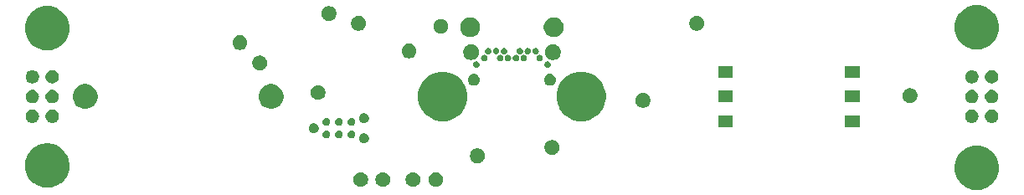
<source format=gbr>
G04 #@! TF.GenerationSoftware,KiCad,Pcbnew,(5.0.2)-1*
G04 #@! TF.CreationDate,2019-02-15T14:25:46-08:00*
G04 #@! TF.ProjectId,nixie_bottom_board,6e697869-655f-4626-9f74-746f6d5f626f,rev?*
G04 #@! TF.SameCoordinates,Original*
G04 #@! TF.FileFunction,Soldermask,Bot*
G04 #@! TF.FilePolarity,Negative*
%FSLAX46Y46*%
G04 Gerber Fmt 4.6, Leading zero omitted, Abs format (unit mm)*
G04 Created by KiCad (PCBNEW (5.0.2)-1) date 2/15/2019 2:25:46 PM*
%MOMM*%
%LPD*%
G01*
G04 APERTURE LIST*
%ADD10C,0.100000*%
G04 APERTURE END LIST*
D10*
G36*
X197366504Y-104978822D02*
X197656303Y-105036466D01*
X198065773Y-105206074D01*
X198190474Y-105289397D01*
X198433622Y-105451863D01*
X198434293Y-105452312D01*
X198747688Y-105765707D01*
X198993926Y-106134227D01*
X199163534Y-106543697D01*
X199187591Y-106664641D01*
X199250000Y-106978394D01*
X199250000Y-107421606D01*
X199232278Y-107510700D01*
X199163534Y-107856303D01*
X198993926Y-108265773D01*
X198854880Y-108473869D01*
X198747689Y-108634292D01*
X198434292Y-108947689D01*
X198365096Y-108993924D01*
X198065773Y-109193926D01*
X197656303Y-109363534D01*
X197366504Y-109421178D01*
X197221606Y-109450000D01*
X196778394Y-109450000D01*
X196633496Y-109421178D01*
X196343697Y-109363534D01*
X195934227Y-109193926D01*
X195634904Y-108993924D01*
X195565708Y-108947689D01*
X195252311Y-108634292D01*
X195145120Y-108473869D01*
X195006074Y-108265773D01*
X194836466Y-107856303D01*
X194767722Y-107510700D01*
X194750000Y-107421606D01*
X194750000Y-106978394D01*
X194812409Y-106664641D01*
X194836466Y-106543697D01*
X195006074Y-106134227D01*
X195252312Y-105765707D01*
X195565707Y-105452312D01*
X195566379Y-105451863D01*
X195809526Y-105289397D01*
X195934227Y-105206074D01*
X196343697Y-105036466D01*
X196633496Y-104978822D01*
X196778394Y-104950000D01*
X197221606Y-104950000D01*
X197366504Y-104978822D01*
X197366504Y-104978822D01*
G37*
G36*
X103366504Y-104778822D02*
X103656303Y-104836466D01*
X104065773Y-105006074D01*
X104147270Y-105060529D01*
X104434292Y-105252311D01*
X104747689Y-105565708D01*
X104793740Y-105634628D01*
X104993926Y-105934227D01*
X105163534Y-106343697D01*
X105190268Y-106478098D01*
X105250000Y-106778394D01*
X105250000Y-107221606D01*
X105232278Y-107310700D01*
X105163534Y-107656303D01*
X104993926Y-108065773D01*
X104872188Y-108247966D01*
X104747689Y-108434292D01*
X104434292Y-108747689D01*
X104322980Y-108822065D01*
X104065773Y-108993926D01*
X103656303Y-109163534D01*
X103366504Y-109221178D01*
X103221606Y-109250000D01*
X102778394Y-109250000D01*
X102633496Y-109221178D01*
X102343697Y-109163534D01*
X101934227Y-108993926D01*
X101677020Y-108822065D01*
X101565708Y-108747689D01*
X101252311Y-108434292D01*
X101127812Y-108247966D01*
X101006074Y-108065773D01*
X100836466Y-107656303D01*
X100767722Y-107310700D01*
X100750000Y-107221606D01*
X100750000Y-106778394D01*
X100809732Y-106478098D01*
X100836466Y-106343697D01*
X101006074Y-105934227D01*
X101206260Y-105634628D01*
X101252311Y-105565708D01*
X101565708Y-105252311D01*
X101852730Y-105060529D01*
X101934227Y-105006074D01*
X102343697Y-104836466D01*
X102633496Y-104778822D01*
X102778394Y-104750000D01*
X103221606Y-104750000D01*
X103366504Y-104778822D01*
X103366504Y-104778822D01*
G37*
G36*
X140218768Y-107678822D02*
X140355256Y-107735357D01*
X140478098Y-107817438D01*
X140582562Y-107921902D01*
X140664643Y-108044744D01*
X140721178Y-108181232D01*
X140750000Y-108326131D01*
X140750000Y-108473869D01*
X140721178Y-108618768D01*
X140664643Y-108755256D01*
X140582562Y-108878098D01*
X140478098Y-108982562D01*
X140355256Y-109064643D01*
X140218768Y-109121178D01*
X140073869Y-109150000D01*
X139926131Y-109150000D01*
X139781232Y-109121178D01*
X139644744Y-109064643D01*
X139521902Y-108982562D01*
X139417438Y-108878098D01*
X139335357Y-108755256D01*
X139278822Y-108618768D01*
X139250000Y-108473869D01*
X139250000Y-108326131D01*
X139278822Y-108181232D01*
X139335357Y-108044744D01*
X139417438Y-107921902D01*
X139521902Y-107817438D01*
X139644744Y-107735357D01*
X139781232Y-107678822D01*
X139926131Y-107650000D01*
X140073869Y-107650000D01*
X140218768Y-107678822D01*
X140218768Y-107678822D01*
G37*
G36*
X137168768Y-107678822D02*
X137305256Y-107735357D01*
X137428098Y-107817438D01*
X137532562Y-107921902D01*
X137614643Y-108044744D01*
X137671178Y-108181232D01*
X137700000Y-108326131D01*
X137700000Y-108473869D01*
X137671178Y-108618768D01*
X137614643Y-108755256D01*
X137532562Y-108878098D01*
X137428098Y-108982562D01*
X137305256Y-109064643D01*
X137168768Y-109121178D01*
X137023869Y-109150000D01*
X136876131Y-109150000D01*
X136731232Y-109121178D01*
X136594744Y-109064643D01*
X136471902Y-108982562D01*
X136367438Y-108878098D01*
X136285357Y-108755256D01*
X136228822Y-108618768D01*
X136200000Y-108473869D01*
X136200000Y-108326131D01*
X136228822Y-108181232D01*
X136285357Y-108044744D01*
X136367438Y-107921902D01*
X136471902Y-107817438D01*
X136594744Y-107735357D01*
X136731232Y-107678822D01*
X136876131Y-107650000D01*
X137023869Y-107650000D01*
X137168768Y-107678822D01*
X137168768Y-107678822D01*
G37*
G36*
X134918768Y-107678822D02*
X135055256Y-107735357D01*
X135178098Y-107817438D01*
X135282562Y-107921902D01*
X135364643Y-108044744D01*
X135421178Y-108181232D01*
X135450000Y-108326131D01*
X135450000Y-108473869D01*
X135421178Y-108618768D01*
X135364643Y-108755256D01*
X135282562Y-108878098D01*
X135178098Y-108982562D01*
X135055256Y-109064643D01*
X134918768Y-109121178D01*
X134773869Y-109150000D01*
X134626131Y-109150000D01*
X134481232Y-109121178D01*
X134344744Y-109064643D01*
X134221902Y-108982562D01*
X134117438Y-108878098D01*
X134035357Y-108755256D01*
X133978822Y-108618768D01*
X133950000Y-108473869D01*
X133950000Y-108326131D01*
X133978822Y-108181232D01*
X134035357Y-108044744D01*
X134117438Y-107921902D01*
X134221902Y-107817438D01*
X134344744Y-107735357D01*
X134481232Y-107678822D01*
X134626131Y-107650000D01*
X134773869Y-107650000D01*
X134918768Y-107678822D01*
X134918768Y-107678822D01*
G37*
G36*
X142518768Y-107678822D02*
X142655256Y-107735357D01*
X142778098Y-107817438D01*
X142882562Y-107921902D01*
X142964643Y-108044744D01*
X143021178Y-108181232D01*
X143050000Y-108326131D01*
X143050000Y-108473869D01*
X143021178Y-108618768D01*
X142964643Y-108755256D01*
X142882562Y-108878098D01*
X142778098Y-108982562D01*
X142655256Y-109064643D01*
X142518768Y-109121178D01*
X142373869Y-109150000D01*
X142226131Y-109150000D01*
X142081232Y-109121178D01*
X141944744Y-109064643D01*
X141821902Y-108982562D01*
X141717438Y-108878098D01*
X141635357Y-108755256D01*
X141578822Y-108618768D01*
X141550000Y-108473869D01*
X141550000Y-108326131D01*
X141578822Y-108181232D01*
X141635357Y-108044744D01*
X141717438Y-107921902D01*
X141821902Y-107817438D01*
X141944744Y-107735357D01*
X142081232Y-107678822D01*
X142226131Y-107650000D01*
X142373869Y-107650000D01*
X142518768Y-107678822D01*
X142518768Y-107678822D01*
G37*
G36*
X146718768Y-105278822D02*
X146855256Y-105335357D01*
X146978098Y-105417438D01*
X147082562Y-105521902D01*
X147164643Y-105644744D01*
X147221178Y-105781232D01*
X147250000Y-105926131D01*
X147250000Y-106073869D01*
X147221178Y-106218768D01*
X147164643Y-106355256D01*
X147109922Y-106437151D01*
X147082563Y-106478097D01*
X146978097Y-106582563D01*
X146937151Y-106609922D01*
X146855256Y-106664643D01*
X146718768Y-106721178D01*
X146573869Y-106750000D01*
X146426131Y-106750000D01*
X146281232Y-106721178D01*
X146144744Y-106664643D01*
X146062849Y-106609922D01*
X146021903Y-106582563D01*
X145917437Y-106478097D01*
X145890078Y-106437151D01*
X145835357Y-106355256D01*
X145778822Y-106218768D01*
X145750000Y-106073869D01*
X145750000Y-105926131D01*
X145778822Y-105781232D01*
X145835357Y-105644744D01*
X145917438Y-105521902D01*
X146021902Y-105417438D01*
X146144744Y-105335357D01*
X146281232Y-105278822D01*
X146426131Y-105250000D01*
X146573869Y-105250000D01*
X146718768Y-105278822D01*
X146718768Y-105278822D01*
G37*
G36*
X154268768Y-104428822D02*
X154405256Y-104485357D01*
X154528098Y-104567438D01*
X154632562Y-104671902D01*
X154714643Y-104794744D01*
X154771178Y-104931232D01*
X154800000Y-105076131D01*
X154800000Y-105223869D01*
X154771178Y-105368768D01*
X154714643Y-105505256D01*
X154674250Y-105565708D01*
X154645933Y-105608088D01*
X154632562Y-105628098D01*
X154528098Y-105732562D01*
X154405256Y-105814643D01*
X154268768Y-105871178D01*
X154123869Y-105900000D01*
X153976131Y-105900000D01*
X153831232Y-105871178D01*
X153694744Y-105814643D01*
X153571902Y-105732562D01*
X153467438Y-105628098D01*
X153454068Y-105608088D01*
X153425750Y-105565708D01*
X153385357Y-105505256D01*
X153328822Y-105368768D01*
X153300000Y-105223869D01*
X153300000Y-105076131D01*
X153328822Y-104931232D01*
X153385357Y-104794744D01*
X153467438Y-104671902D01*
X153571902Y-104567438D01*
X153694744Y-104485357D01*
X153831232Y-104428822D01*
X153976131Y-104400000D01*
X154123869Y-104400000D01*
X154268768Y-104428822D01*
X154268768Y-104428822D01*
G37*
G36*
X135184474Y-103739734D02*
X135274613Y-103777070D01*
X135355736Y-103831275D01*
X135424725Y-103900264D01*
X135478930Y-103981387D01*
X135516266Y-104071526D01*
X135535300Y-104167217D01*
X135535300Y-104264783D01*
X135516266Y-104360474D01*
X135478930Y-104450613D01*
X135424725Y-104531736D01*
X135355736Y-104600725D01*
X135274613Y-104654930D01*
X135184474Y-104692266D01*
X135088783Y-104711300D01*
X134991217Y-104711300D01*
X134895526Y-104692266D01*
X134805387Y-104654930D01*
X134724264Y-104600725D01*
X134655275Y-104531736D01*
X134601070Y-104450613D01*
X134563734Y-104360474D01*
X134544700Y-104264783D01*
X134544700Y-104167217D01*
X134563734Y-104071526D01*
X134601070Y-103981387D01*
X134655275Y-103900264D01*
X134724264Y-103831275D01*
X134805387Y-103777070D01*
X134895526Y-103739734D01*
X134991217Y-103720700D01*
X135088783Y-103720700D01*
X135184474Y-103739734D01*
X135184474Y-103739734D01*
G37*
G36*
X131294130Y-103446343D02*
X131344840Y-103456430D01*
X131416485Y-103486106D01*
X131459475Y-103514831D01*
X131480969Y-103529193D01*
X131535807Y-103584031D01*
X131550169Y-103605525D01*
X131578894Y-103648515D01*
X131608570Y-103720160D01*
X131623700Y-103796225D01*
X131623700Y-103873775D01*
X131608570Y-103949840D01*
X131578894Y-104021485D01*
X131535806Y-104085970D01*
X131480970Y-104140806D01*
X131416485Y-104183894D01*
X131344840Y-104213570D01*
X131294130Y-104223657D01*
X131268776Y-104228700D01*
X131191224Y-104228700D01*
X131165870Y-104223657D01*
X131115160Y-104213570D01*
X131043515Y-104183894D01*
X130979030Y-104140806D01*
X130924194Y-104085970D01*
X130881106Y-104021485D01*
X130851430Y-103949840D01*
X130836300Y-103873775D01*
X130836300Y-103796225D01*
X130851430Y-103720160D01*
X130881106Y-103648515D01*
X130909831Y-103605525D01*
X130924193Y-103584031D01*
X130979031Y-103529193D01*
X131000525Y-103514831D01*
X131043515Y-103486106D01*
X131115160Y-103456430D01*
X131165870Y-103446343D01*
X131191224Y-103441300D01*
X131268776Y-103441300D01*
X131294130Y-103446343D01*
X131294130Y-103446343D01*
G37*
G36*
X132564130Y-103446343D02*
X132614840Y-103456430D01*
X132686485Y-103486106D01*
X132729475Y-103514831D01*
X132750969Y-103529193D01*
X132805807Y-103584031D01*
X132820169Y-103605525D01*
X132848894Y-103648515D01*
X132878570Y-103720160D01*
X132893700Y-103796225D01*
X132893700Y-103873775D01*
X132878570Y-103949840D01*
X132848894Y-104021485D01*
X132805806Y-104085970D01*
X132750970Y-104140806D01*
X132686485Y-104183894D01*
X132614840Y-104213570D01*
X132564130Y-104223657D01*
X132538776Y-104228700D01*
X132461224Y-104228700D01*
X132435870Y-104223657D01*
X132385160Y-104213570D01*
X132313515Y-104183894D01*
X132249030Y-104140806D01*
X132194194Y-104085970D01*
X132151106Y-104021485D01*
X132121430Y-103949840D01*
X132106300Y-103873775D01*
X132106300Y-103796225D01*
X132121430Y-103720160D01*
X132151106Y-103648515D01*
X132179831Y-103605525D01*
X132194193Y-103584031D01*
X132249031Y-103529193D01*
X132270525Y-103514831D01*
X132313515Y-103486106D01*
X132385160Y-103456430D01*
X132435870Y-103446343D01*
X132461224Y-103441300D01*
X132538776Y-103441300D01*
X132564130Y-103446343D01*
X132564130Y-103446343D01*
G37*
G36*
X133834130Y-103446343D02*
X133884840Y-103456430D01*
X133956485Y-103486106D01*
X133999475Y-103514831D01*
X134020969Y-103529193D01*
X134075807Y-103584031D01*
X134090169Y-103605525D01*
X134118894Y-103648515D01*
X134148570Y-103720160D01*
X134163700Y-103796225D01*
X134163700Y-103873775D01*
X134148570Y-103949840D01*
X134118894Y-104021485D01*
X134075806Y-104085970D01*
X134020970Y-104140806D01*
X133956485Y-104183894D01*
X133884840Y-104213570D01*
X133834130Y-104223657D01*
X133808776Y-104228700D01*
X133731224Y-104228700D01*
X133705870Y-104223657D01*
X133655160Y-104213570D01*
X133583515Y-104183894D01*
X133519030Y-104140806D01*
X133464194Y-104085970D01*
X133421106Y-104021485D01*
X133391430Y-103949840D01*
X133376300Y-103873775D01*
X133376300Y-103796225D01*
X133391430Y-103720160D01*
X133421106Y-103648515D01*
X133449831Y-103605525D01*
X133464193Y-103584031D01*
X133519031Y-103529193D01*
X133540525Y-103514831D01*
X133583515Y-103486106D01*
X133655160Y-103456430D01*
X133705870Y-103446343D01*
X133731224Y-103441300D01*
X133808776Y-103441300D01*
X133834130Y-103446343D01*
X133834130Y-103446343D01*
G37*
G36*
X130104474Y-102723734D02*
X130194613Y-102761070D01*
X130275736Y-102815275D01*
X130344725Y-102884264D01*
X130398930Y-102965387D01*
X130436266Y-103055526D01*
X130455300Y-103151217D01*
X130455300Y-103248783D01*
X130436266Y-103344474D01*
X130398930Y-103434613D01*
X130344725Y-103515736D01*
X130275736Y-103584725D01*
X130194613Y-103638930D01*
X130104474Y-103676266D01*
X130008783Y-103695300D01*
X129911217Y-103695300D01*
X129815526Y-103676266D01*
X129725387Y-103638930D01*
X129644264Y-103584725D01*
X129575275Y-103515736D01*
X129521070Y-103434613D01*
X129483734Y-103344474D01*
X129464700Y-103248783D01*
X129464700Y-103151217D01*
X129483734Y-103055526D01*
X129521070Y-102965387D01*
X129575275Y-102884264D01*
X129644264Y-102815275D01*
X129725387Y-102761070D01*
X129815526Y-102723734D01*
X129911217Y-102704700D01*
X130008783Y-102704700D01*
X130104474Y-102723734D01*
X130104474Y-102723734D01*
G37*
G36*
X172350000Y-103085000D02*
X170850000Y-103085000D01*
X170850000Y-101915000D01*
X172350000Y-101915000D01*
X172350000Y-103085000D01*
X172350000Y-103085000D01*
G37*
G36*
X185150000Y-103085000D02*
X183650000Y-103085000D01*
X183650000Y-101915000D01*
X185150000Y-101915000D01*
X185150000Y-103085000D01*
X185150000Y-103085000D01*
G37*
G36*
X131294130Y-102176343D02*
X131344840Y-102186430D01*
X131416485Y-102216106D01*
X131480970Y-102259194D01*
X131535806Y-102314030D01*
X131578894Y-102378515D01*
X131608570Y-102450160D01*
X131623700Y-102526225D01*
X131623700Y-102603775D01*
X131608570Y-102679840D01*
X131578894Y-102751485D01*
X131572489Y-102761070D01*
X131536271Y-102815275D01*
X131535806Y-102815970D01*
X131480970Y-102870806D01*
X131416485Y-102913894D01*
X131344840Y-102943570D01*
X131294130Y-102953657D01*
X131268776Y-102958700D01*
X131191224Y-102958700D01*
X131165870Y-102953657D01*
X131115160Y-102943570D01*
X131043515Y-102913894D01*
X130979030Y-102870806D01*
X130924194Y-102815970D01*
X130923730Y-102815275D01*
X130887511Y-102761070D01*
X130881106Y-102751485D01*
X130851430Y-102679840D01*
X130836300Y-102603775D01*
X130836300Y-102526225D01*
X130851430Y-102450160D01*
X130881106Y-102378515D01*
X130924194Y-102314030D01*
X130979030Y-102259194D01*
X131043515Y-102216106D01*
X131115160Y-102186430D01*
X131165870Y-102176343D01*
X131191224Y-102171300D01*
X131268776Y-102171300D01*
X131294130Y-102176343D01*
X131294130Y-102176343D01*
G37*
G36*
X133834130Y-102176343D02*
X133884840Y-102186430D01*
X133956485Y-102216106D01*
X134020970Y-102259194D01*
X134075806Y-102314030D01*
X134118894Y-102378515D01*
X134148570Y-102450160D01*
X134163700Y-102526225D01*
X134163700Y-102603775D01*
X134148570Y-102679840D01*
X134118894Y-102751485D01*
X134112489Y-102761070D01*
X134076271Y-102815275D01*
X134075806Y-102815970D01*
X134020970Y-102870806D01*
X133956485Y-102913894D01*
X133884840Y-102943570D01*
X133834130Y-102953657D01*
X133808776Y-102958700D01*
X133731224Y-102958700D01*
X133705870Y-102953657D01*
X133655160Y-102943570D01*
X133583515Y-102913894D01*
X133519030Y-102870806D01*
X133464194Y-102815970D01*
X133463730Y-102815275D01*
X133427511Y-102761070D01*
X133421106Y-102751485D01*
X133391430Y-102679840D01*
X133376300Y-102603775D01*
X133376300Y-102526225D01*
X133391430Y-102450160D01*
X133421106Y-102378515D01*
X133464194Y-102314030D01*
X133519030Y-102259194D01*
X133583515Y-102216106D01*
X133655160Y-102186430D01*
X133705870Y-102176343D01*
X133731224Y-102171300D01*
X133808776Y-102171300D01*
X133834130Y-102176343D01*
X133834130Y-102176343D01*
G37*
G36*
X132564130Y-102176343D02*
X132614840Y-102186430D01*
X132686485Y-102216106D01*
X132750970Y-102259194D01*
X132805806Y-102314030D01*
X132848894Y-102378515D01*
X132878570Y-102450160D01*
X132893700Y-102526225D01*
X132893700Y-102603775D01*
X132878570Y-102679840D01*
X132848894Y-102751485D01*
X132842489Y-102761070D01*
X132806271Y-102815275D01*
X132805806Y-102815970D01*
X132750970Y-102870806D01*
X132686485Y-102913894D01*
X132614840Y-102943570D01*
X132564130Y-102953657D01*
X132538776Y-102958700D01*
X132461224Y-102958700D01*
X132435870Y-102953657D01*
X132385160Y-102943570D01*
X132313515Y-102913894D01*
X132249030Y-102870806D01*
X132194194Y-102815970D01*
X132193730Y-102815275D01*
X132157511Y-102761070D01*
X132151106Y-102751485D01*
X132121430Y-102679840D01*
X132106300Y-102603775D01*
X132106300Y-102526225D01*
X132121430Y-102450160D01*
X132151106Y-102378515D01*
X132194194Y-102314030D01*
X132249030Y-102259194D01*
X132313515Y-102216106D01*
X132385160Y-102186430D01*
X132435870Y-102176343D01*
X132461224Y-102171300D01*
X132538776Y-102171300D01*
X132564130Y-102176343D01*
X132564130Y-102176343D01*
G37*
G36*
X135184474Y-101707734D02*
X135274613Y-101745070D01*
X135355736Y-101799275D01*
X135424725Y-101868264D01*
X135478930Y-101949387D01*
X135516266Y-102039526D01*
X135535300Y-102135217D01*
X135535300Y-102232783D01*
X135516266Y-102328474D01*
X135478930Y-102418613D01*
X135424725Y-102499736D01*
X135355736Y-102568725D01*
X135274613Y-102622930D01*
X135184474Y-102660266D01*
X135088783Y-102679300D01*
X134991217Y-102679300D01*
X134895526Y-102660266D01*
X134805387Y-102622930D01*
X134724264Y-102568725D01*
X134655275Y-102499736D01*
X134601070Y-102418613D01*
X134563734Y-102328474D01*
X134544700Y-102232783D01*
X134544700Y-102135217D01*
X134563734Y-102039526D01*
X134601070Y-101949387D01*
X134655275Y-101868264D01*
X134724264Y-101799275D01*
X134805387Y-101745070D01*
X134895526Y-101707734D01*
X134991217Y-101688700D01*
X135088783Y-101688700D01*
X135184474Y-101707734D01*
X135184474Y-101707734D01*
G37*
G36*
X198632323Y-101334767D02*
X198759561Y-101373364D01*
X198876824Y-101436042D01*
X198979606Y-101520394D01*
X199063958Y-101623176D01*
X199126636Y-101740439D01*
X199165233Y-101867677D01*
X199178266Y-102000000D01*
X199165233Y-102132323D01*
X199126636Y-102259561D01*
X199063958Y-102376824D01*
X198979606Y-102479606D01*
X198876824Y-102563958D01*
X198759561Y-102626636D01*
X198632323Y-102665233D01*
X198533159Y-102675000D01*
X198466841Y-102675000D01*
X198367677Y-102665233D01*
X198240439Y-102626636D01*
X198123176Y-102563958D01*
X198020394Y-102479606D01*
X197936042Y-102376824D01*
X197873364Y-102259561D01*
X197834767Y-102132323D01*
X197821734Y-102000000D01*
X197834767Y-101867677D01*
X197873364Y-101740439D01*
X197936042Y-101623176D01*
X198020394Y-101520394D01*
X198123176Y-101436042D01*
X198240439Y-101373364D01*
X198367677Y-101334767D01*
X198466841Y-101325000D01*
X198533159Y-101325000D01*
X198632323Y-101334767D01*
X198632323Y-101334767D01*
G37*
G36*
X101632323Y-101334767D02*
X101759561Y-101373364D01*
X101876824Y-101436042D01*
X101979606Y-101520394D01*
X102063958Y-101623176D01*
X102126636Y-101740439D01*
X102165233Y-101867677D01*
X102178266Y-102000000D01*
X102165233Y-102132323D01*
X102126636Y-102259561D01*
X102063958Y-102376824D01*
X101979606Y-102479606D01*
X101876824Y-102563958D01*
X101759561Y-102626636D01*
X101632323Y-102665233D01*
X101533159Y-102675000D01*
X101466841Y-102675000D01*
X101367677Y-102665233D01*
X101240439Y-102626636D01*
X101123176Y-102563958D01*
X101020394Y-102479606D01*
X100936042Y-102376824D01*
X100873364Y-102259561D01*
X100834767Y-102132323D01*
X100821734Y-102000000D01*
X100834767Y-101867677D01*
X100873364Y-101740439D01*
X100936042Y-101623176D01*
X101020394Y-101520394D01*
X101123176Y-101436042D01*
X101240439Y-101373364D01*
X101367677Y-101334767D01*
X101466841Y-101325000D01*
X101533159Y-101325000D01*
X101632323Y-101334767D01*
X101632323Y-101334767D01*
G37*
G36*
X103632323Y-101334767D02*
X103759561Y-101373364D01*
X103876824Y-101436042D01*
X103979606Y-101520394D01*
X104063958Y-101623176D01*
X104126636Y-101740439D01*
X104165233Y-101867677D01*
X104178266Y-102000000D01*
X104165233Y-102132323D01*
X104126636Y-102259561D01*
X104063958Y-102376824D01*
X103979606Y-102479606D01*
X103876824Y-102563958D01*
X103759561Y-102626636D01*
X103632323Y-102665233D01*
X103533159Y-102675000D01*
X103466841Y-102675000D01*
X103367677Y-102665233D01*
X103240439Y-102626636D01*
X103123176Y-102563958D01*
X103020394Y-102479606D01*
X102936042Y-102376824D01*
X102873364Y-102259561D01*
X102834767Y-102132323D01*
X102821734Y-102000000D01*
X102834767Y-101867677D01*
X102873364Y-101740439D01*
X102936042Y-101623176D01*
X103020394Y-101520394D01*
X103123176Y-101436042D01*
X103240439Y-101373364D01*
X103367677Y-101334767D01*
X103466841Y-101325000D01*
X103533159Y-101325000D01*
X103632323Y-101334767D01*
X103632323Y-101334767D01*
G37*
G36*
X196632323Y-101334767D02*
X196759561Y-101373364D01*
X196876824Y-101436042D01*
X196979606Y-101520394D01*
X197063958Y-101623176D01*
X197126636Y-101740439D01*
X197165233Y-101867677D01*
X197178266Y-102000000D01*
X197165233Y-102132323D01*
X197126636Y-102259561D01*
X197063958Y-102376824D01*
X196979606Y-102479606D01*
X196876824Y-102563958D01*
X196759561Y-102626636D01*
X196632323Y-102665233D01*
X196533159Y-102675000D01*
X196466841Y-102675000D01*
X196367677Y-102665233D01*
X196240439Y-102626636D01*
X196123176Y-102563958D01*
X196020394Y-102479606D01*
X195936042Y-102376824D01*
X195873364Y-102259561D01*
X195834767Y-102132323D01*
X195821734Y-102000000D01*
X195834767Y-101867677D01*
X195873364Y-101740439D01*
X195936042Y-101623176D01*
X196020394Y-101520394D01*
X196123176Y-101436042D01*
X196240439Y-101373364D01*
X196367677Y-101334767D01*
X196466841Y-101325000D01*
X196533159Y-101325000D01*
X196632323Y-101334767D01*
X196632323Y-101334767D01*
G37*
G36*
X143729225Y-97596074D02*
X144184192Y-97784528D01*
X144184194Y-97784529D01*
X144308638Y-97867680D01*
X144593658Y-98058124D01*
X144941876Y-98406342D01*
X145094512Y-98634778D01*
X145198797Y-98790851D01*
X145215472Y-98815808D01*
X145403926Y-99270775D01*
X145500000Y-99753772D01*
X145500000Y-100246228D01*
X145403926Y-100729225D01*
X145241573Y-101121178D01*
X145215471Y-101184194D01*
X145171501Y-101250000D01*
X144941876Y-101593658D01*
X144593658Y-101941876D01*
X144447514Y-102039526D01*
X144184194Y-102215471D01*
X144184193Y-102215472D01*
X144184192Y-102215472D01*
X143729225Y-102403926D01*
X143246228Y-102500000D01*
X142753772Y-102500000D01*
X142270775Y-102403926D01*
X141815808Y-102215472D01*
X141815807Y-102215472D01*
X141815806Y-102215471D01*
X141552486Y-102039526D01*
X141406342Y-101941876D01*
X141058124Y-101593658D01*
X140828499Y-101250000D01*
X140784529Y-101184194D01*
X140758427Y-101121178D01*
X140596074Y-100729225D01*
X140500000Y-100246228D01*
X140500000Y-99753772D01*
X140596074Y-99270775D01*
X140784528Y-98815808D01*
X140801204Y-98790851D01*
X140905488Y-98634778D01*
X141058124Y-98406342D01*
X141406342Y-98058124D01*
X141691362Y-97867680D01*
X141815806Y-97784529D01*
X141815808Y-97784528D01*
X142270775Y-97596074D01*
X142753772Y-97500000D01*
X143246228Y-97500000D01*
X143729225Y-97596074D01*
X143729225Y-97596074D01*
G37*
G36*
X157729225Y-97596074D02*
X158184192Y-97784528D01*
X158184194Y-97784529D01*
X158308638Y-97867680D01*
X158593658Y-98058124D01*
X158941876Y-98406342D01*
X159094512Y-98634778D01*
X159198797Y-98790851D01*
X159215472Y-98815808D01*
X159403926Y-99270775D01*
X159500000Y-99753772D01*
X159500000Y-100246228D01*
X159403926Y-100729225D01*
X159241573Y-101121178D01*
X159215471Y-101184194D01*
X159171501Y-101250000D01*
X158941876Y-101593658D01*
X158593658Y-101941876D01*
X158447514Y-102039526D01*
X158184194Y-102215471D01*
X158184193Y-102215472D01*
X158184192Y-102215472D01*
X157729225Y-102403926D01*
X157246228Y-102500000D01*
X156753772Y-102500000D01*
X156270775Y-102403926D01*
X155815808Y-102215472D01*
X155815807Y-102215472D01*
X155815806Y-102215471D01*
X155552486Y-102039526D01*
X155406342Y-101941876D01*
X155058124Y-101593658D01*
X154828499Y-101250000D01*
X154784529Y-101184194D01*
X154758427Y-101121178D01*
X154596074Y-100729225D01*
X154500000Y-100246228D01*
X154500000Y-99753772D01*
X154596074Y-99270775D01*
X154784528Y-98815808D01*
X154801204Y-98790851D01*
X154905488Y-98634778D01*
X155058124Y-98406342D01*
X155406342Y-98058124D01*
X155691362Y-97867680D01*
X155815806Y-97784529D01*
X155815808Y-97784528D01*
X156270775Y-97596074D01*
X156753772Y-97500000D01*
X157246228Y-97500000D01*
X157729225Y-97596074D01*
X157729225Y-97596074D01*
G37*
G36*
X107214613Y-98798037D02*
X107442095Y-98892263D01*
X107646830Y-99029063D01*
X107820937Y-99203170D01*
X107957737Y-99407905D01*
X108051963Y-99635387D01*
X108100000Y-99876886D01*
X108100000Y-100123114D01*
X108051963Y-100364613D01*
X107957737Y-100592095D01*
X107820937Y-100796830D01*
X107646830Y-100970937D01*
X107442095Y-101107737D01*
X107214613Y-101201963D01*
X106973114Y-101250000D01*
X106726886Y-101250000D01*
X106485387Y-101201963D01*
X106257905Y-101107737D01*
X106053170Y-100970937D01*
X105879063Y-100796830D01*
X105742263Y-100592095D01*
X105648037Y-100364613D01*
X105600000Y-100123114D01*
X105600000Y-99876886D01*
X105648037Y-99635387D01*
X105742263Y-99407905D01*
X105879063Y-99203170D01*
X106053170Y-99029063D01*
X106257905Y-98892263D01*
X106485387Y-98798037D01*
X106726886Y-98750000D01*
X106973114Y-98750000D01*
X107214613Y-98798037D01*
X107214613Y-98798037D01*
G37*
G36*
X126014613Y-98798037D02*
X126242095Y-98892263D01*
X126446830Y-99029063D01*
X126620937Y-99203170D01*
X126757737Y-99407905D01*
X126851963Y-99635387D01*
X126900000Y-99876886D01*
X126900000Y-100123114D01*
X126851963Y-100364613D01*
X126757737Y-100592095D01*
X126620937Y-100796830D01*
X126446830Y-100970937D01*
X126242095Y-101107737D01*
X126014613Y-101201963D01*
X125773114Y-101250000D01*
X125526886Y-101250000D01*
X125285387Y-101201963D01*
X125057905Y-101107737D01*
X124853170Y-100970937D01*
X124679063Y-100796830D01*
X124542263Y-100592095D01*
X124448037Y-100364613D01*
X124400000Y-100123114D01*
X124400000Y-99876886D01*
X124448037Y-99635387D01*
X124542263Y-99407905D01*
X124679063Y-99203170D01*
X124853170Y-99029063D01*
X125057905Y-98892263D01*
X125285387Y-98798037D01*
X125526886Y-98750000D01*
X125773114Y-98750000D01*
X126014613Y-98798037D01*
X126014613Y-98798037D01*
G37*
G36*
X163468768Y-99678822D02*
X163605256Y-99735357D01*
X163728098Y-99817438D01*
X163832562Y-99921902D01*
X163914643Y-100044744D01*
X163971178Y-100181232D01*
X164000000Y-100326131D01*
X164000000Y-100473869D01*
X163971178Y-100618768D01*
X163914643Y-100755256D01*
X163832562Y-100878098D01*
X163728098Y-100982562D01*
X163605256Y-101064643D01*
X163468768Y-101121178D01*
X163323869Y-101150000D01*
X163176131Y-101150000D01*
X163031232Y-101121178D01*
X162894744Y-101064643D01*
X162771902Y-100982562D01*
X162667438Y-100878098D01*
X162585357Y-100755256D01*
X162528822Y-100618768D01*
X162500000Y-100473869D01*
X162500000Y-100326131D01*
X162528822Y-100181232D01*
X162585357Y-100044744D01*
X162667438Y-99921902D01*
X162771902Y-99817438D01*
X162894744Y-99735357D01*
X163031232Y-99678822D01*
X163176131Y-99650000D01*
X163323869Y-99650000D01*
X163468768Y-99678822D01*
X163468768Y-99678822D01*
G37*
G36*
X198632323Y-99334767D02*
X198759561Y-99373364D01*
X198876824Y-99436042D01*
X198979606Y-99520394D01*
X199063958Y-99623176D01*
X199126636Y-99740439D01*
X199165233Y-99867677D01*
X199178266Y-100000000D01*
X199165233Y-100132323D01*
X199126636Y-100259561D01*
X199063958Y-100376824D01*
X198979606Y-100479606D01*
X198876824Y-100563958D01*
X198759561Y-100626636D01*
X198632323Y-100665233D01*
X198533159Y-100675000D01*
X198466841Y-100675000D01*
X198367677Y-100665233D01*
X198240439Y-100626636D01*
X198123176Y-100563958D01*
X198020394Y-100479606D01*
X197936042Y-100376824D01*
X197873364Y-100259561D01*
X197834767Y-100132323D01*
X197821734Y-100000000D01*
X197834767Y-99867677D01*
X197873364Y-99740439D01*
X197936042Y-99623176D01*
X198020394Y-99520394D01*
X198123176Y-99436042D01*
X198240439Y-99373364D01*
X198367677Y-99334767D01*
X198466841Y-99325000D01*
X198533159Y-99325000D01*
X198632323Y-99334767D01*
X198632323Y-99334767D01*
G37*
G36*
X196632323Y-99334767D02*
X196759561Y-99373364D01*
X196876824Y-99436042D01*
X196979606Y-99520394D01*
X197063958Y-99623176D01*
X197126636Y-99740439D01*
X197165233Y-99867677D01*
X197178266Y-100000000D01*
X197165233Y-100132323D01*
X197126636Y-100259561D01*
X197063958Y-100376824D01*
X196979606Y-100479606D01*
X196876824Y-100563958D01*
X196759561Y-100626636D01*
X196632323Y-100665233D01*
X196533159Y-100675000D01*
X196466841Y-100675000D01*
X196367677Y-100665233D01*
X196240439Y-100626636D01*
X196123176Y-100563958D01*
X196020394Y-100479606D01*
X195936042Y-100376824D01*
X195873364Y-100259561D01*
X195834767Y-100132323D01*
X195821734Y-100000000D01*
X195834767Y-99867677D01*
X195873364Y-99740439D01*
X195936042Y-99623176D01*
X196020394Y-99520394D01*
X196123176Y-99436042D01*
X196240439Y-99373364D01*
X196367677Y-99334767D01*
X196466841Y-99325000D01*
X196533159Y-99325000D01*
X196632323Y-99334767D01*
X196632323Y-99334767D01*
G37*
G36*
X103632323Y-99334767D02*
X103759561Y-99373364D01*
X103876824Y-99436042D01*
X103979606Y-99520394D01*
X104063958Y-99623176D01*
X104126636Y-99740439D01*
X104165233Y-99867677D01*
X104178266Y-100000000D01*
X104165233Y-100132323D01*
X104126636Y-100259561D01*
X104063958Y-100376824D01*
X103979606Y-100479606D01*
X103876824Y-100563958D01*
X103759561Y-100626636D01*
X103632323Y-100665233D01*
X103533159Y-100675000D01*
X103466841Y-100675000D01*
X103367677Y-100665233D01*
X103240439Y-100626636D01*
X103123176Y-100563958D01*
X103020394Y-100479606D01*
X102936042Y-100376824D01*
X102873364Y-100259561D01*
X102834767Y-100132323D01*
X102821734Y-100000000D01*
X102834767Y-99867677D01*
X102873364Y-99740439D01*
X102936042Y-99623176D01*
X103020394Y-99520394D01*
X103123176Y-99436042D01*
X103240439Y-99373364D01*
X103367677Y-99334767D01*
X103466841Y-99325000D01*
X103533159Y-99325000D01*
X103632323Y-99334767D01*
X103632323Y-99334767D01*
G37*
G36*
X101632323Y-99334767D02*
X101759561Y-99373364D01*
X101876824Y-99436042D01*
X101979606Y-99520394D01*
X102063958Y-99623176D01*
X102126636Y-99740439D01*
X102165233Y-99867677D01*
X102178266Y-100000000D01*
X102165233Y-100132323D01*
X102126636Y-100259561D01*
X102063958Y-100376824D01*
X101979606Y-100479606D01*
X101876824Y-100563958D01*
X101759561Y-100626636D01*
X101632323Y-100665233D01*
X101533159Y-100675000D01*
X101466841Y-100675000D01*
X101367677Y-100665233D01*
X101240439Y-100626636D01*
X101123176Y-100563958D01*
X101020394Y-100479606D01*
X100936042Y-100376824D01*
X100873364Y-100259561D01*
X100834767Y-100132323D01*
X100821734Y-100000000D01*
X100834767Y-99867677D01*
X100873364Y-99740439D01*
X100936042Y-99623176D01*
X101020394Y-99520394D01*
X101123176Y-99436042D01*
X101240439Y-99373364D01*
X101367677Y-99334767D01*
X101466841Y-99325000D01*
X101533159Y-99325000D01*
X101632323Y-99334767D01*
X101632323Y-99334767D01*
G37*
G36*
X190468768Y-99178822D02*
X190605256Y-99235357D01*
X190658262Y-99270775D01*
X190728097Y-99317437D01*
X190832563Y-99421903D01*
X190859922Y-99462849D01*
X190914643Y-99544744D01*
X190971178Y-99681232D01*
X191000000Y-99826131D01*
X191000000Y-99973869D01*
X190971178Y-100118768D01*
X190914643Y-100255256D01*
X190877596Y-100310700D01*
X190833414Y-100376824D01*
X190832562Y-100378098D01*
X190728098Y-100482562D01*
X190605256Y-100564643D01*
X190468768Y-100621178D01*
X190323869Y-100650000D01*
X190176131Y-100650000D01*
X190031232Y-100621178D01*
X189894744Y-100564643D01*
X189771902Y-100482562D01*
X189667438Y-100378098D01*
X189666587Y-100376824D01*
X189622404Y-100310700D01*
X189585357Y-100255256D01*
X189528822Y-100118768D01*
X189500000Y-99973869D01*
X189500000Y-99826131D01*
X189528822Y-99681232D01*
X189585357Y-99544744D01*
X189640078Y-99462849D01*
X189667437Y-99421903D01*
X189771903Y-99317437D01*
X189841738Y-99270775D01*
X189894744Y-99235357D01*
X190031232Y-99178822D01*
X190176131Y-99150000D01*
X190323869Y-99150000D01*
X190468768Y-99178822D01*
X190468768Y-99178822D01*
G37*
G36*
X185150000Y-100585000D02*
X183650000Y-100585000D01*
X183650000Y-99415000D01*
X185150000Y-99415000D01*
X185150000Y-100585000D01*
X185150000Y-100585000D01*
G37*
G36*
X172350000Y-100585000D02*
X170850000Y-100585000D01*
X170850000Y-99415000D01*
X172350000Y-99415000D01*
X172350000Y-100585000D01*
X172350000Y-100585000D01*
G37*
G36*
X130618768Y-98878822D02*
X130755256Y-98935357D01*
X130878098Y-99017438D01*
X130982562Y-99121902D01*
X131064643Y-99244744D01*
X131121178Y-99381232D01*
X131150000Y-99526131D01*
X131150000Y-99673869D01*
X131121178Y-99818768D01*
X131064643Y-99955256D01*
X130982562Y-100078098D01*
X130878098Y-100182562D01*
X130755256Y-100264643D01*
X130618768Y-100321178D01*
X130473869Y-100350000D01*
X130326131Y-100350000D01*
X130181232Y-100321178D01*
X130044744Y-100264643D01*
X129921902Y-100182562D01*
X129817438Y-100078098D01*
X129735357Y-99955256D01*
X129678822Y-99818768D01*
X129650000Y-99673869D01*
X129650000Y-99526131D01*
X129678822Y-99381232D01*
X129735357Y-99244744D01*
X129817438Y-99121902D01*
X129921902Y-99017438D01*
X130044744Y-98935357D01*
X130181232Y-98878822D01*
X130326131Y-98850000D01*
X130473869Y-98850000D01*
X130618768Y-98878822D01*
X130618768Y-98878822D01*
G37*
G36*
X153962054Y-97721529D02*
X154020015Y-97733058D01*
X154129204Y-97778285D01*
X154129207Y-97778287D01*
X154227478Y-97843950D01*
X154311050Y-97927522D01*
X154376713Y-98025793D01*
X154376715Y-98025796D01*
X154420838Y-98132320D01*
X154421942Y-98134986D01*
X154445000Y-98250905D01*
X154445000Y-98369095D01*
X154443462Y-98376825D01*
X154421942Y-98485015D01*
X154376715Y-98594204D01*
X154376713Y-98594207D01*
X154311050Y-98692478D01*
X154227478Y-98776050D01*
X154194572Y-98798037D01*
X154129204Y-98841715D01*
X154020015Y-98886942D01*
X153993264Y-98892263D01*
X153904095Y-98910000D01*
X153785905Y-98910000D01*
X153696736Y-98892263D01*
X153669985Y-98886942D01*
X153560796Y-98841715D01*
X153495428Y-98798037D01*
X153462522Y-98776050D01*
X153378950Y-98692478D01*
X153313287Y-98594207D01*
X153313285Y-98594204D01*
X153268058Y-98485015D01*
X153246538Y-98376825D01*
X153245000Y-98369095D01*
X153245000Y-98250905D01*
X153268058Y-98134986D01*
X153269162Y-98132320D01*
X153313285Y-98025796D01*
X153313287Y-98025793D01*
X153378950Y-97927522D01*
X153462522Y-97843950D01*
X153560793Y-97778287D01*
X153560796Y-97778285D01*
X153669985Y-97733058D01*
X153727946Y-97721529D01*
X153785905Y-97710000D01*
X153904095Y-97710000D01*
X153962054Y-97721529D01*
X153962054Y-97721529D01*
G37*
G36*
X146272054Y-97721529D02*
X146330015Y-97733058D01*
X146439204Y-97778285D01*
X146439207Y-97778287D01*
X146537478Y-97843950D01*
X146621050Y-97927522D01*
X146686713Y-98025793D01*
X146686715Y-98025796D01*
X146730838Y-98132320D01*
X146731942Y-98134986D01*
X146755000Y-98250905D01*
X146755000Y-98369095D01*
X146753462Y-98376825D01*
X146731942Y-98485015D01*
X146686715Y-98594204D01*
X146686713Y-98594207D01*
X146621050Y-98692478D01*
X146537478Y-98776050D01*
X146504572Y-98798037D01*
X146439204Y-98841715D01*
X146330015Y-98886942D01*
X146303264Y-98892263D01*
X146214095Y-98910000D01*
X146095905Y-98910000D01*
X146006736Y-98892263D01*
X145979985Y-98886942D01*
X145870796Y-98841715D01*
X145805428Y-98798037D01*
X145772522Y-98776050D01*
X145688950Y-98692478D01*
X145623287Y-98594207D01*
X145623285Y-98594204D01*
X145578058Y-98485015D01*
X145556538Y-98376825D01*
X145555000Y-98369095D01*
X145555000Y-98250905D01*
X145578058Y-98134986D01*
X145579162Y-98132320D01*
X145623285Y-98025796D01*
X145623287Y-98025793D01*
X145688950Y-97927522D01*
X145772522Y-97843950D01*
X145870793Y-97778287D01*
X145870796Y-97778285D01*
X145979985Y-97733058D01*
X146037946Y-97721529D01*
X146095905Y-97710000D01*
X146214095Y-97710000D01*
X146272054Y-97721529D01*
X146272054Y-97721529D01*
G37*
G36*
X101609951Y-97333647D02*
X101696892Y-97350940D01*
X101819730Y-97401821D01*
X101930289Y-97475694D01*
X102024306Y-97569711D01*
X102098179Y-97680270D01*
X102149060Y-97803108D01*
X102149060Y-97803110D01*
X102175000Y-97933518D01*
X102175000Y-98066482D01*
X102166353Y-98109951D01*
X102149060Y-98196892D01*
X102098179Y-98319730D01*
X102024306Y-98430289D01*
X101930289Y-98524306D01*
X101819730Y-98598179D01*
X101696892Y-98649060D01*
X101615584Y-98665233D01*
X101566482Y-98675000D01*
X101433518Y-98675000D01*
X101384416Y-98665233D01*
X101303108Y-98649060D01*
X101180270Y-98598179D01*
X101069711Y-98524306D01*
X100975694Y-98430289D01*
X100901821Y-98319730D01*
X100850940Y-98196892D01*
X100833647Y-98109951D01*
X100825000Y-98066482D01*
X100825000Y-97933518D01*
X100850940Y-97803110D01*
X100850940Y-97803108D01*
X100901821Y-97680270D01*
X100975694Y-97569711D01*
X101069711Y-97475694D01*
X101180270Y-97401821D01*
X101303108Y-97350940D01*
X101390049Y-97333647D01*
X101433518Y-97325000D01*
X101566482Y-97325000D01*
X101609951Y-97333647D01*
X101609951Y-97333647D01*
G37*
G36*
X103632323Y-97334767D02*
X103759561Y-97373364D01*
X103876824Y-97436042D01*
X103979606Y-97520394D01*
X104063958Y-97623176D01*
X104126636Y-97740439D01*
X104165233Y-97867677D01*
X104178266Y-98000000D01*
X104165233Y-98132323D01*
X104126636Y-98259561D01*
X104063958Y-98376824D01*
X103979606Y-98479606D01*
X103876824Y-98563958D01*
X103759561Y-98626636D01*
X103632323Y-98665233D01*
X103533159Y-98675000D01*
X103466841Y-98675000D01*
X103367677Y-98665233D01*
X103240439Y-98626636D01*
X103123176Y-98563958D01*
X103020394Y-98479606D01*
X102936042Y-98376824D01*
X102873364Y-98259561D01*
X102834767Y-98132323D01*
X102821734Y-98000000D01*
X102834767Y-97867677D01*
X102873364Y-97740439D01*
X102936042Y-97623176D01*
X103020394Y-97520394D01*
X103123176Y-97436042D01*
X103240439Y-97373364D01*
X103367677Y-97334767D01*
X103466841Y-97325000D01*
X103533159Y-97325000D01*
X103632323Y-97334767D01*
X103632323Y-97334767D01*
G37*
G36*
X196609951Y-97333647D02*
X196696892Y-97350940D01*
X196819730Y-97401821D01*
X196930289Y-97475694D01*
X197024306Y-97569711D01*
X197098179Y-97680270D01*
X197149060Y-97803108D01*
X197149060Y-97803110D01*
X197175000Y-97933518D01*
X197175000Y-98066482D01*
X197166353Y-98109951D01*
X197149060Y-98196892D01*
X197098179Y-98319730D01*
X197024306Y-98430289D01*
X196930289Y-98524306D01*
X196819730Y-98598179D01*
X196696892Y-98649060D01*
X196615584Y-98665233D01*
X196566482Y-98675000D01*
X196433518Y-98675000D01*
X196384416Y-98665233D01*
X196303108Y-98649060D01*
X196180270Y-98598179D01*
X196069711Y-98524306D01*
X195975694Y-98430289D01*
X195901821Y-98319730D01*
X195850940Y-98196892D01*
X195833647Y-98109951D01*
X195825000Y-98066482D01*
X195825000Y-97933518D01*
X195850940Y-97803110D01*
X195850940Y-97803108D01*
X195901821Y-97680270D01*
X195975694Y-97569711D01*
X196069711Y-97475694D01*
X196180270Y-97401821D01*
X196303108Y-97350940D01*
X196390049Y-97333647D01*
X196433518Y-97325000D01*
X196566482Y-97325000D01*
X196609951Y-97333647D01*
X196609951Y-97333647D01*
G37*
G36*
X198632323Y-97334767D02*
X198759561Y-97373364D01*
X198876824Y-97436042D01*
X198979606Y-97520394D01*
X199063958Y-97623176D01*
X199126636Y-97740439D01*
X199165233Y-97867677D01*
X199178266Y-98000000D01*
X199165233Y-98132323D01*
X199126636Y-98259561D01*
X199063958Y-98376824D01*
X198979606Y-98479606D01*
X198876824Y-98563958D01*
X198759561Y-98626636D01*
X198632323Y-98665233D01*
X198533159Y-98675000D01*
X198466841Y-98675000D01*
X198367677Y-98665233D01*
X198240439Y-98626636D01*
X198123176Y-98563958D01*
X198020394Y-98479606D01*
X197936042Y-98376824D01*
X197873364Y-98259561D01*
X197834767Y-98132323D01*
X197821734Y-98000000D01*
X197834767Y-97867677D01*
X197873364Y-97740439D01*
X197936042Y-97623176D01*
X198020394Y-97520394D01*
X198123176Y-97436042D01*
X198240439Y-97373364D01*
X198367677Y-97334767D01*
X198466841Y-97325000D01*
X198533159Y-97325000D01*
X198632323Y-97334767D01*
X198632323Y-97334767D01*
G37*
G36*
X185150000Y-98085000D02*
X183650000Y-98085000D01*
X183650000Y-96915000D01*
X185150000Y-96915000D01*
X185150000Y-98085000D01*
X185150000Y-98085000D01*
G37*
G36*
X172350000Y-98085000D02*
X170850000Y-98085000D01*
X170850000Y-96915000D01*
X172350000Y-96915000D01*
X172350000Y-98085000D01*
X172350000Y-98085000D01*
G37*
G36*
X124718768Y-95878822D02*
X124855256Y-95935357D01*
X124925903Y-95982562D01*
X124978097Y-96017437D01*
X125082563Y-96121903D01*
X125088909Y-96131401D01*
X125164643Y-96244744D01*
X125221178Y-96381232D01*
X125250000Y-96526131D01*
X125250000Y-96673869D01*
X125221178Y-96818768D01*
X125164643Y-96955256D01*
X125082562Y-97078098D01*
X124978098Y-97182562D01*
X124855256Y-97264643D01*
X124718768Y-97321178D01*
X124573869Y-97350000D01*
X124426131Y-97350000D01*
X124281232Y-97321178D01*
X124144744Y-97264643D01*
X124021902Y-97182562D01*
X123917438Y-97078098D01*
X123835357Y-96955256D01*
X123778822Y-96818768D01*
X123750000Y-96673869D01*
X123750000Y-96526131D01*
X123778822Y-96381232D01*
X123835357Y-96244744D01*
X123911091Y-96131401D01*
X123917437Y-96121903D01*
X124021903Y-96017437D01*
X124074097Y-95982562D01*
X124144744Y-95935357D01*
X124281232Y-95878822D01*
X124426131Y-95850000D01*
X124573869Y-95850000D01*
X124718768Y-95878822D01*
X124718768Y-95878822D01*
G37*
G36*
X146494799Y-96447489D02*
X146553945Y-96471988D01*
X146607176Y-96507556D01*
X146652444Y-96552824D01*
X146688012Y-96606055D01*
X146712511Y-96665201D01*
X146725000Y-96727990D01*
X146725000Y-96792010D01*
X146712511Y-96854799D01*
X146688012Y-96913945D01*
X146652444Y-96967176D01*
X146607176Y-97012444D01*
X146553945Y-97048012D01*
X146494799Y-97072511D01*
X146432010Y-97085000D01*
X146367990Y-97085000D01*
X146305201Y-97072511D01*
X146246055Y-97048012D01*
X146192824Y-97012444D01*
X146147556Y-96967176D01*
X146111988Y-96913945D01*
X146087489Y-96854799D01*
X146075000Y-96792010D01*
X146075000Y-96727990D01*
X146087489Y-96665201D01*
X146111988Y-96606055D01*
X146147556Y-96552824D01*
X146192824Y-96507556D01*
X146246055Y-96471988D01*
X146305201Y-96447489D01*
X146367990Y-96435000D01*
X146432010Y-96435000D01*
X146494799Y-96447489D01*
X146494799Y-96447489D01*
G37*
G36*
X153694799Y-96447489D02*
X153753945Y-96471988D01*
X153807176Y-96507556D01*
X153852444Y-96552824D01*
X153888012Y-96606055D01*
X153912511Y-96665201D01*
X153925000Y-96727990D01*
X153925000Y-96792010D01*
X153912511Y-96854799D01*
X153888012Y-96913945D01*
X153852444Y-96967176D01*
X153807176Y-97012444D01*
X153753945Y-97048012D01*
X153694799Y-97072511D01*
X153632010Y-97085000D01*
X153567990Y-97085000D01*
X153505201Y-97072511D01*
X153446055Y-97048012D01*
X153392824Y-97012444D01*
X153347556Y-96967176D01*
X153311988Y-96913945D01*
X153287489Y-96854799D01*
X153275000Y-96792010D01*
X153275000Y-96727990D01*
X153287489Y-96665201D01*
X153311988Y-96606055D01*
X153347556Y-96552824D01*
X153392824Y-96507556D01*
X153446055Y-96471988D01*
X153505201Y-96447489D01*
X153567990Y-96435000D01*
X153632010Y-96435000D01*
X153694799Y-96447489D01*
X153694799Y-96447489D01*
G37*
G36*
X148894799Y-95797489D02*
X148953945Y-95821988D01*
X149007176Y-95857556D01*
X149052444Y-95902824D01*
X149088012Y-95956055D01*
X149112511Y-96015201D01*
X149125000Y-96077990D01*
X149125000Y-96142010D01*
X149112511Y-96204799D01*
X149088012Y-96263945D01*
X149052444Y-96317176D01*
X149007176Y-96362444D01*
X148953945Y-96398012D01*
X148894799Y-96422511D01*
X148832010Y-96435000D01*
X148767990Y-96435000D01*
X148705201Y-96422511D01*
X148646055Y-96398012D01*
X148592824Y-96362444D01*
X148547556Y-96317176D01*
X148511988Y-96263945D01*
X148487489Y-96204799D01*
X148475000Y-96142010D01*
X148475000Y-96077990D01*
X148487489Y-96015201D01*
X148511988Y-95956055D01*
X148547556Y-95902824D01*
X148592824Y-95857556D01*
X148646055Y-95821988D01*
X148705201Y-95797489D01*
X148767990Y-95785000D01*
X148832010Y-95785000D01*
X148894799Y-95797489D01*
X148894799Y-95797489D01*
G37*
G36*
X149694799Y-95797489D02*
X149753945Y-95821988D01*
X149807176Y-95857556D01*
X149852444Y-95902824D01*
X149888012Y-95956055D01*
X149912511Y-96015201D01*
X149925000Y-96077990D01*
X149925000Y-96142010D01*
X149912511Y-96204799D01*
X149888012Y-96263945D01*
X149852444Y-96317176D01*
X149807176Y-96362444D01*
X149753945Y-96398012D01*
X149694799Y-96422511D01*
X149632010Y-96435000D01*
X149567990Y-96435000D01*
X149505201Y-96422511D01*
X149446055Y-96398012D01*
X149392824Y-96362444D01*
X149347556Y-96317176D01*
X149311988Y-96263945D01*
X149287489Y-96204799D01*
X149275000Y-96142010D01*
X149275000Y-96077990D01*
X149287489Y-96015201D01*
X149311988Y-95956055D01*
X149347556Y-95902824D01*
X149392824Y-95857556D01*
X149446055Y-95821988D01*
X149505201Y-95797489D01*
X149567990Y-95785000D01*
X149632010Y-95785000D01*
X149694799Y-95797489D01*
X149694799Y-95797489D01*
G37*
G36*
X150494799Y-95797489D02*
X150553945Y-95821988D01*
X150607176Y-95857556D01*
X150652444Y-95902824D01*
X150688012Y-95956055D01*
X150712511Y-96015201D01*
X150725000Y-96077990D01*
X150725000Y-96142010D01*
X150712511Y-96204799D01*
X150688012Y-96263945D01*
X150652444Y-96317176D01*
X150607176Y-96362444D01*
X150553945Y-96398012D01*
X150494799Y-96422511D01*
X150432010Y-96435000D01*
X150367990Y-96435000D01*
X150305201Y-96422511D01*
X150246055Y-96398012D01*
X150192824Y-96362444D01*
X150147556Y-96317176D01*
X150111988Y-96263945D01*
X150087489Y-96204799D01*
X150075000Y-96142010D01*
X150075000Y-96077990D01*
X150087489Y-96015201D01*
X150111988Y-95956055D01*
X150147556Y-95902824D01*
X150192824Y-95857556D01*
X150246055Y-95821988D01*
X150305201Y-95797489D01*
X150367990Y-95785000D01*
X150432010Y-95785000D01*
X150494799Y-95797489D01*
X150494799Y-95797489D01*
G37*
G36*
X147294799Y-95797489D02*
X147353945Y-95821988D01*
X147407176Y-95857556D01*
X147452444Y-95902824D01*
X147488012Y-95956055D01*
X147512511Y-96015201D01*
X147525000Y-96077990D01*
X147525000Y-96142010D01*
X147512511Y-96204799D01*
X147488012Y-96263945D01*
X147452444Y-96317176D01*
X147407176Y-96362444D01*
X147353945Y-96398012D01*
X147294799Y-96422511D01*
X147232010Y-96435000D01*
X147167990Y-96435000D01*
X147105201Y-96422511D01*
X147046055Y-96398012D01*
X146992824Y-96362444D01*
X146947556Y-96317176D01*
X146911988Y-96263945D01*
X146887489Y-96204799D01*
X146875000Y-96142010D01*
X146875000Y-96077990D01*
X146887489Y-96015201D01*
X146911988Y-95956055D01*
X146947556Y-95902824D01*
X146992824Y-95857556D01*
X147046055Y-95821988D01*
X147105201Y-95797489D01*
X147167990Y-95785000D01*
X147232010Y-95785000D01*
X147294799Y-95797489D01*
X147294799Y-95797489D01*
G37*
G36*
X151294799Y-95797489D02*
X151353945Y-95821988D01*
X151407176Y-95857556D01*
X151452444Y-95902824D01*
X151488012Y-95956055D01*
X151512511Y-96015201D01*
X151525000Y-96077990D01*
X151525000Y-96142010D01*
X151512511Y-96204799D01*
X151488012Y-96263945D01*
X151452444Y-96317176D01*
X151407176Y-96362444D01*
X151353945Y-96398012D01*
X151294799Y-96422511D01*
X151232010Y-96435000D01*
X151167990Y-96435000D01*
X151105201Y-96422511D01*
X151046055Y-96398012D01*
X150992824Y-96362444D01*
X150947556Y-96317176D01*
X150911988Y-96263945D01*
X150887489Y-96204799D01*
X150875000Y-96142010D01*
X150875000Y-96077990D01*
X150887489Y-96015201D01*
X150911988Y-95956055D01*
X150947556Y-95902824D01*
X150992824Y-95857556D01*
X151046055Y-95821988D01*
X151105201Y-95797489D01*
X151167990Y-95785000D01*
X151232010Y-95785000D01*
X151294799Y-95797489D01*
X151294799Y-95797489D01*
G37*
G36*
X152894799Y-95797489D02*
X152953945Y-95821988D01*
X153007176Y-95857556D01*
X153052444Y-95902824D01*
X153088012Y-95956055D01*
X153112511Y-96015201D01*
X153125000Y-96077990D01*
X153125000Y-96142010D01*
X153112511Y-96204799D01*
X153088012Y-96263945D01*
X153052444Y-96317176D01*
X153007176Y-96362444D01*
X152953945Y-96398012D01*
X152894799Y-96422511D01*
X152832010Y-96435000D01*
X152767990Y-96435000D01*
X152705201Y-96422511D01*
X152646055Y-96398012D01*
X152592824Y-96362444D01*
X152547556Y-96317176D01*
X152511988Y-96263945D01*
X152487489Y-96204799D01*
X152475000Y-96142010D01*
X152475000Y-96077990D01*
X152487489Y-96015201D01*
X152511988Y-95956055D01*
X152547556Y-95902824D01*
X152592824Y-95857556D01*
X152646055Y-95821988D01*
X152705201Y-95797489D01*
X152767990Y-95785000D01*
X152832010Y-95785000D01*
X152894799Y-95797489D01*
X152894799Y-95797489D01*
G37*
G36*
X145951825Y-94710603D02*
X146103351Y-94740743D01*
X146248942Y-94801049D01*
X146379972Y-94888600D01*
X146491400Y-95000028D01*
X146548176Y-95085000D01*
X146578951Y-95131058D01*
X146639257Y-95276649D01*
X146670000Y-95431207D01*
X146670000Y-95588793D01*
X146639257Y-95743351D01*
X146591951Y-95857557D01*
X146578951Y-95888942D01*
X146491400Y-96019972D01*
X146379972Y-96131400D01*
X146352135Y-96150000D01*
X146248942Y-96218951D01*
X146103351Y-96279257D01*
X146026072Y-96294629D01*
X145948794Y-96310000D01*
X145791206Y-96310000D01*
X145713928Y-96294629D01*
X145636649Y-96279257D01*
X145491058Y-96218951D01*
X145387865Y-96150000D01*
X145360028Y-96131400D01*
X145248600Y-96019972D01*
X145161049Y-95888942D01*
X145148049Y-95857557D01*
X145100743Y-95743351D01*
X145070000Y-95588793D01*
X145070000Y-95431207D01*
X145100743Y-95276649D01*
X145161049Y-95131058D01*
X145191824Y-95085000D01*
X145248600Y-95000028D01*
X145360028Y-94888600D01*
X145491058Y-94801049D01*
X145636649Y-94740743D01*
X145788175Y-94710603D01*
X145791206Y-94710000D01*
X145948794Y-94710000D01*
X145951825Y-94710603D01*
X145951825Y-94710603D01*
G37*
G36*
X154211825Y-94710603D02*
X154363351Y-94740743D01*
X154508942Y-94801049D01*
X154639972Y-94888600D01*
X154751400Y-95000028D01*
X154808176Y-95085000D01*
X154838951Y-95131058D01*
X154899257Y-95276649D01*
X154930000Y-95431207D01*
X154930000Y-95588793D01*
X154899257Y-95743351D01*
X154851951Y-95857557D01*
X154838951Y-95888942D01*
X154751400Y-96019972D01*
X154639972Y-96131400D01*
X154612135Y-96150000D01*
X154508942Y-96218951D01*
X154363351Y-96279257D01*
X154286072Y-96294629D01*
X154208794Y-96310000D01*
X154051206Y-96310000D01*
X153973928Y-96294629D01*
X153896649Y-96279257D01*
X153751058Y-96218951D01*
X153647865Y-96150000D01*
X153620028Y-96131400D01*
X153508600Y-96019972D01*
X153421049Y-95888942D01*
X153408049Y-95857557D01*
X153360743Y-95743351D01*
X153330000Y-95588793D01*
X153330000Y-95431207D01*
X153360743Y-95276649D01*
X153421049Y-95131058D01*
X153451824Y-95085000D01*
X153508600Y-95000028D01*
X153620028Y-94888600D01*
X153751058Y-94801049D01*
X153896649Y-94740743D01*
X154048175Y-94710603D01*
X154051206Y-94710000D01*
X154208794Y-94710000D01*
X154211825Y-94710603D01*
X154211825Y-94710603D01*
G37*
G36*
X139818768Y-94678822D02*
X139955256Y-94735357D01*
X140036132Y-94789397D01*
X140078097Y-94817437D01*
X140182563Y-94921903D01*
X140209922Y-94962849D01*
X140264643Y-95044744D01*
X140321178Y-95181232D01*
X140350000Y-95326131D01*
X140350000Y-95473869D01*
X140321178Y-95618768D01*
X140264643Y-95755256D01*
X140182562Y-95878098D01*
X140078098Y-95982562D01*
X139955256Y-96064643D01*
X139818768Y-96121178D01*
X139673869Y-96150000D01*
X139526131Y-96150000D01*
X139381232Y-96121178D01*
X139244744Y-96064643D01*
X139121902Y-95982562D01*
X139017438Y-95878098D01*
X138935357Y-95755256D01*
X138878822Y-95618768D01*
X138850000Y-95473869D01*
X138850000Y-95326131D01*
X138878822Y-95181232D01*
X138935357Y-95044744D01*
X138990078Y-94962849D01*
X139017437Y-94921903D01*
X139121903Y-94817437D01*
X139163868Y-94789397D01*
X139244744Y-94735357D01*
X139381232Y-94678822D01*
X139526131Y-94650000D01*
X139673869Y-94650000D01*
X139818768Y-94678822D01*
X139818768Y-94678822D01*
G37*
G36*
X149294799Y-95097489D02*
X149353945Y-95121988D01*
X149407176Y-95157556D01*
X149452444Y-95202824D01*
X149488012Y-95256055D01*
X149512511Y-95315201D01*
X149525000Y-95377990D01*
X149525000Y-95442010D01*
X149512511Y-95504799D01*
X149488012Y-95563945D01*
X149452444Y-95617176D01*
X149407176Y-95662444D01*
X149353945Y-95698012D01*
X149294799Y-95722511D01*
X149232010Y-95735000D01*
X149167990Y-95735000D01*
X149105201Y-95722511D01*
X149046055Y-95698012D01*
X148992824Y-95662444D01*
X148947556Y-95617176D01*
X148911988Y-95563945D01*
X148887489Y-95504799D01*
X148875000Y-95442010D01*
X148875000Y-95377990D01*
X148887489Y-95315201D01*
X148911988Y-95256055D01*
X148947556Y-95202824D01*
X148992824Y-95157556D01*
X149046055Y-95121988D01*
X149105201Y-95097489D01*
X149167990Y-95085000D01*
X149232010Y-95085000D01*
X149294799Y-95097489D01*
X149294799Y-95097489D01*
G37*
G36*
X151694799Y-95097489D02*
X151753945Y-95121988D01*
X151807176Y-95157556D01*
X151852444Y-95202824D01*
X151888012Y-95256055D01*
X151912511Y-95315201D01*
X151925000Y-95377990D01*
X151925000Y-95442010D01*
X151912511Y-95504799D01*
X151888012Y-95563945D01*
X151852444Y-95617176D01*
X151807176Y-95662444D01*
X151753945Y-95698012D01*
X151694799Y-95722511D01*
X151632010Y-95735000D01*
X151567990Y-95735000D01*
X151505201Y-95722511D01*
X151446055Y-95698012D01*
X151392824Y-95662444D01*
X151347556Y-95617176D01*
X151311988Y-95563945D01*
X151287489Y-95504799D01*
X151275000Y-95442010D01*
X151275000Y-95377990D01*
X151287489Y-95315201D01*
X151311988Y-95256055D01*
X151347556Y-95202824D01*
X151392824Y-95157556D01*
X151446055Y-95121988D01*
X151505201Y-95097489D01*
X151567990Y-95085000D01*
X151632010Y-95085000D01*
X151694799Y-95097489D01*
X151694799Y-95097489D01*
G37*
G36*
X150894799Y-95097489D02*
X150953945Y-95121988D01*
X151007176Y-95157556D01*
X151052444Y-95202824D01*
X151088012Y-95256055D01*
X151112511Y-95315201D01*
X151125000Y-95377990D01*
X151125000Y-95442010D01*
X151112511Y-95504799D01*
X151088012Y-95563945D01*
X151052444Y-95617176D01*
X151007176Y-95662444D01*
X150953945Y-95698012D01*
X150894799Y-95722511D01*
X150832010Y-95735000D01*
X150767990Y-95735000D01*
X150705201Y-95722511D01*
X150646055Y-95698012D01*
X150592824Y-95662444D01*
X150547556Y-95617176D01*
X150511988Y-95563945D01*
X150487489Y-95504799D01*
X150475000Y-95442010D01*
X150475000Y-95377990D01*
X150487489Y-95315201D01*
X150511988Y-95256055D01*
X150547556Y-95202824D01*
X150592824Y-95157556D01*
X150646055Y-95121988D01*
X150705201Y-95097489D01*
X150767990Y-95085000D01*
X150832010Y-95085000D01*
X150894799Y-95097489D01*
X150894799Y-95097489D01*
G37*
G36*
X152494799Y-95097489D02*
X152553945Y-95121988D01*
X152607176Y-95157556D01*
X152652444Y-95202824D01*
X152688012Y-95256055D01*
X152712511Y-95315201D01*
X152725000Y-95377990D01*
X152725000Y-95442010D01*
X152712511Y-95504799D01*
X152688012Y-95563945D01*
X152652444Y-95617176D01*
X152607176Y-95662444D01*
X152553945Y-95698012D01*
X152494799Y-95722511D01*
X152432010Y-95735000D01*
X152367990Y-95735000D01*
X152305201Y-95722511D01*
X152246055Y-95698012D01*
X152192824Y-95662444D01*
X152147556Y-95617176D01*
X152111988Y-95563945D01*
X152087489Y-95504799D01*
X152075000Y-95442010D01*
X152075000Y-95377990D01*
X152087489Y-95315201D01*
X152111988Y-95256055D01*
X152147556Y-95202824D01*
X152192824Y-95157556D01*
X152246055Y-95121988D01*
X152305201Y-95097489D01*
X152367990Y-95085000D01*
X152432010Y-95085000D01*
X152494799Y-95097489D01*
X152494799Y-95097489D01*
G37*
G36*
X147694799Y-95097489D02*
X147753945Y-95121988D01*
X147807176Y-95157556D01*
X147852444Y-95202824D01*
X147888012Y-95256055D01*
X147912511Y-95315201D01*
X147925000Y-95377990D01*
X147925000Y-95442010D01*
X147912511Y-95504799D01*
X147888012Y-95563945D01*
X147852444Y-95617176D01*
X147807176Y-95662444D01*
X147753945Y-95698012D01*
X147694799Y-95722511D01*
X147632010Y-95735000D01*
X147567990Y-95735000D01*
X147505201Y-95722511D01*
X147446055Y-95698012D01*
X147392824Y-95662444D01*
X147347556Y-95617176D01*
X147311988Y-95563945D01*
X147287489Y-95504799D01*
X147275000Y-95442010D01*
X147275000Y-95377990D01*
X147287489Y-95315201D01*
X147311988Y-95256055D01*
X147347556Y-95202824D01*
X147392824Y-95157556D01*
X147446055Y-95121988D01*
X147505201Y-95097489D01*
X147567990Y-95085000D01*
X147632010Y-95085000D01*
X147694799Y-95097489D01*
X147694799Y-95097489D01*
G37*
G36*
X148494799Y-95097489D02*
X148553945Y-95121988D01*
X148607176Y-95157556D01*
X148652444Y-95202824D01*
X148688012Y-95256055D01*
X148712511Y-95315201D01*
X148725000Y-95377990D01*
X148725000Y-95442010D01*
X148712511Y-95504799D01*
X148688012Y-95563945D01*
X148652444Y-95617176D01*
X148607176Y-95662444D01*
X148553945Y-95698012D01*
X148494799Y-95722511D01*
X148432010Y-95735000D01*
X148367990Y-95735000D01*
X148305201Y-95722511D01*
X148246055Y-95698012D01*
X148192824Y-95662444D01*
X148147556Y-95617176D01*
X148111988Y-95563945D01*
X148087489Y-95504799D01*
X148075000Y-95442010D01*
X148075000Y-95377990D01*
X148087489Y-95315201D01*
X148111988Y-95256055D01*
X148147556Y-95202824D01*
X148192824Y-95157556D01*
X148246055Y-95121988D01*
X148305201Y-95097489D01*
X148367990Y-95085000D01*
X148432010Y-95085000D01*
X148494799Y-95097489D01*
X148494799Y-95097489D01*
G37*
G36*
X103298886Y-90865372D02*
X103656303Y-90936466D01*
X104065773Y-91106074D01*
X104284631Y-91252311D01*
X104371872Y-91310603D01*
X104434293Y-91352312D01*
X104747688Y-91665707D01*
X104993926Y-92034227D01*
X105163534Y-92443697D01*
X105163534Y-92443699D01*
X105250000Y-92878394D01*
X105250000Y-93321606D01*
X105232278Y-93410700D01*
X105163534Y-93756303D01*
X104993926Y-94165773D01*
X104883369Y-94331232D01*
X104747689Y-94534292D01*
X104434292Y-94847689D01*
X104348137Y-94905256D01*
X104065773Y-95093926D01*
X103656303Y-95263534D01*
X103472974Y-95300000D01*
X103221606Y-95350000D01*
X102778394Y-95350000D01*
X102527026Y-95300000D01*
X102343697Y-95263534D01*
X101934227Y-95093926D01*
X101651863Y-94905256D01*
X101565708Y-94847689D01*
X101252311Y-94534292D01*
X101116631Y-94331232D01*
X101006074Y-94165773D01*
X100836466Y-93756303D01*
X100767722Y-93410700D01*
X100750000Y-93321606D01*
X100750000Y-92878394D01*
X100836466Y-92443699D01*
X100836466Y-92443697D01*
X101006074Y-92034227D01*
X101252312Y-91665707D01*
X101565707Y-91352312D01*
X101628129Y-91310603D01*
X101715369Y-91252311D01*
X101934227Y-91106074D01*
X102343697Y-90936466D01*
X102701114Y-90865372D01*
X102778394Y-90850000D01*
X103221606Y-90850000D01*
X103298886Y-90865372D01*
X103298886Y-90865372D01*
G37*
G36*
X122718768Y-93828822D02*
X122855256Y-93885357D01*
X122917185Y-93926737D01*
X122978097Y-93967437D01*
X123082563Y-94071903D01*
X123109922Y-94112849D01*
X123164643Y-94194744D01*
X123221178Y-94331232D01*
X123250000Y-94476131D01*
X123250000Y-94623869D01*
X123221178Y-94768768D01*
X123164643Y-94905256D01*
X123141781Y-94939471D01*
X123082563Y-95028097D01*
X122978097Y-95132563D01*
X122940692Y-95157556D01*
X122855256Y-95214643D01*
X122718768Y-95271178D01*
X122573869Y-95300000D01*
X122426131Y-95300000D01*
X122281232Y-95271178D01*
X122144744Y-95214643D01*
X122059308Y-95157556D01*
X122021903Y-95132563D01*
X121917437Y-95028097D01*
X121858219Y-94939471D01*
X121835357Y-94905256D01*
X121778822Y-94768768D01*
X121750000Y-94623869D01*
X121750000Y-94476131D01*
X121778822Y-94331232D01*
X121835357Y-94194744D01*
X121890078Y-94112849D01*
X121917437Y-94071903D01*
X122021903Y-93967437D01*
X122082815Y-93926737D01*
X122144744Y-93885357D01*
X122281232Y-93828822D01*
X122426131Y-93800000D01*
X122573869Y-93800000D01*
X122718768Y-93828822D01*
X122718768Y-93828822D01*
G37*
G36*
X197366504Y-90778822D02*
X197656303Y-90836466D01*
X198065773Y-91006074D01*
X198256215Y-91133324D01*
X198434292Y-91252311D01*
X198747689Y-91565708D01*
X198793740Y-91634628D01*
X198993926Y-91934227D01*
X199163534Y-92343697D01*
X199166287Y-92357537D01*
X199250000Y-92778394D01*
X199250000Y-93221606D01*
X199243306Y-93255258D01*
X199163534Y-93656303D01*
X198993926Y-94065773D01*
X198890366Y-94220761D01*
X198747689Y-94434292D01*
X198434292Y-94747689D01*
X198354433Y-94801049D01*
X198065773Y-94993926D01*
X197656303Y-95163534D01*
X197399368Y-95214641D01*
X197221606Y-95250000D01*
X196778394Y-95250000D01*
X196600632Y-95214641D01*
X196343697Y-95163534D01*
X195934227Y-94993926D01*
X195645567Y-94801049D01*
X195565708Y-94747689D01*
X195252311Y-94434292D01*
X195109634Y-94220761D01*
X195006074Y-94065773D01*
X194836466Y-93656303D01*
X194756694Y-93255258D01*
X194750000Y-93221606D01*
X194750000Y-92778394D01*
X194833713Y-92357537D01*
X194836466Y-92343697D01*
X195006074Y-91934227D01*
X195206260Y-91634628D01*
X195252311Y-91565708D01*
X195565708Y-91252311D01*
X195743785Y-91133324D01*
X195934227Y-91006074D01*
X196343697Y-90836466D01*
X196633496Y-90778822D01*
X196778394Y-90750000D01*
X197221606Y-90750000D01*
X197366504Y-90778822D01*
X197366504Y-90778822D01*
G37*
G36*
X154511689Y-92033429D02*
X154693678Y-92108811D01*
X154857463Y-92218249D01*
X154996751Y-92357537D01*
X155106189Y-92521322D01*
X155181571Y-92703311D01*
X155220000Y-92896509D01*
X155220000Y-93093491D01*
X155181571Y-93286689D01*
X155106189Y-93468678D01*
X154996751Y-93632463D01*
X154857463Y-93771751D01*
X154693678Y-93881189D01*
X154511689Y-93956571D01*
X154318491Y-93995000D01*
X154121509Y-93995000D01*
X153928311Y-93956571D01*
X153746322Y-93881189D01*
X153582537Y-93771751D01*
X153443249Y-93632463D01*
X153333811Y-93468678D01*
X153258429Y-93286689D01*
X153220000Y-93093491D01*
X153220000Y-92896509D01*
X153258429Y-92703311D01*
X153333811Y-92521322D01*
X153443249Y-92357537D01*
X153582537Y-92218249D01*
X153746322Y-92108811D01*
X153928311Y-92033429D01*
X154121509Y-91995000D01*
X154318491Y-91995000D01*
X154511689Y-92033429D01*
X154511689Y-92033429D01*
G37*
G36*
X146071689Y-92033429D02*
X146253678Y-92108811D01*
X146417463Y-92218249D01*
X146556751Y-92357537D01*
X146666189Y-92521322D01*
X146741571Y-92703311D01*
X146780000Y-92896509D01*
X146780000Y-93093491D01*
X146741571Y-93286689D01*
X146666189Y-93468678D01*
X146556751Y-93632463D01*
X146417463Y-93771751D01*
X146253678Y-93881189D01*
X146071689Y-93956571D01*
X145878491Y-93995000D01*
X145681509Y-93995000D01*
X145488311Y-93956571D01*
X145306322Y-93881189D01*
X145142537Y-93771751D01*
X145003249Y-93632463D01*
X144893811Y-93468678D01*
X144818429Y-93286689D01*
X144780000Y-93093491D01*
X144780000Y-92896509D01*
X144818429Y-92703311D01*
X144893811Y-92521322D01*
X145003249Y-92357537D01*
X145142537Y-92218249D01*
X145306322Y-92108811D01*
X145488311Y-92033429D01*
X145681509Y-91995000D01*
X145878491Y-91995000D01*
X146071689Y-92033429D01*
X146071689Y-92033429D01*
G37*
G36*
X143018768Y-92178822D02*
X143155256Y-92235357D01*
X143195972Y-92262563D01*
X143278097Y-92317437D01*
X143382563Y-92421903D01*
X143409922Y-92462849D01*
X143464643Y-92544744D01*
X143521178Y-92681232D01*
X143550000Y-92826131D01*
X143550000Y-92973869D01*
X143521178Y-93118768D01*
X143464643Y-93255256D01*
X143441781Y-93289471D01*
X143382563Y-93378097D01*
X143278097Y-93482563D01*
X143237151Y-93509922D01*
X143155256Y-93564643D01*
X143018768Y-93621178D01*
X142873869Y-93650000D01*
X142726131Y-93650000D01*
X142581232Y-93621178D01*
X142444744Y-93564643D01*
X142362849Y-93509922D01*
X142321903Y-93482563D01*
X142217437Y-93378097D01*
X142158219Y-93289471D01*
X142135357Y-93255256D01*
X142078822Y-93118768D01*
X142050000Y-92973869D01*
X142050000Y-92826131D01*
X142078822Y-92681232D01*
X142135357Y-92544744D01*
X142190078Y-92462849D01*
X142217437Y-92421903D01*
X142321903Y-92317437D01*
X142404028Y-92262563D01*
X142444744Y-92235357D01*
X142581232Y-92178822D01*
X142726131Y-92150000D01*
X142873869Y-92150000D01*
X143018768Y-92178822D01*
X143018768Y-92178822D01*
G37*
G36*
X134718768Y-91878822D02*
X134855256Y-91935357D01*
X134978098Y-92017438D01*
X135082562Y-92121902D01*
X135164643Y-92244744D01*
X135221178Y-92381232D01*
X135250000Y-92526131D01*
X135250000Y-92673869D01*
X135221178Y-92818768D01*
X135164643Y-92955256D01*
X135082562Y-93078098D01*
X134978098Y-93182562D01*
X134855256Y-93264643D01*
X134718768Y-93321178D01*
X134573869Y-93350000D01*
X134426131Y-93350000D01*
X134281232Y-93321178D01*
X134144744Y-93264643D01*
X134021902Y-93182562D01*
X133917438Y-93078098D01*
X133835357Y-92955256D01*
X133778822Y-92818768D01*
X133750000Y-92673869D01*
X133750000Y-92526131D01*
X133778822Y-92381232D01*
X133835357Y-92244744D01*
X133917438Y-92121902D01*
X134021902Y-92017438D01*
X134144744Y-91935357D01*
X134281232Y-91878822D01*
X134426131Y-91850000D01*
X134573869Y-91850000D01*
X134718768Y-91878822D01*
X134718768Y-91878822D01*
G37*
G36*
X168918768Y-91878822D02*
X169055256Y-91935357D01*
X169178098Y-92017438D01*
X169282562Y-92121902D01*
X169364643Y-92244744D01*
X169421178Y-92381232D01*
X169450000Y-92526131D01*
X169450000Y-92673869D01*
X169421178Y-92818768D01*
X169364643Y-92955256D01*
X169282562Y-93078098D01*
X169178098Y-93182562D01*
X169055256Y-93264643D01*
X168918768Y-93321178D01*
X168773869Y-93350000D01*
X168626131Y-93350000D01*
X168481232Y-93321178D01*
X168344744Y-93264643D01*
X168221902Y-93182562D01*
X168117438Y-93078098D01*
X168035357Y-92955256D01*
X167978822Y-92818768D01*
X167950000Y-92673869D01*
X167950000Y-92526131D01*
X167978822Y-92381232D01*
X168035357Y-92244744D01*
X168117438Y-92121902D01*
X168221902Y-92017438D01*
X168344744Y-91935357D01*
X168481232Y-91878822D01*
X168626131Y-91850000D01*
X168773869Y-91850000D01*
X168918768Y-91878822D01*
X168918768Y-91878822D01*
G37*
G36*
X131718768Y-90878822D02*
X131855256Y-90935357D01*
X131978098Y-91017438D01*
X132082562Y-91121902D01*
X132164643Y-91244744D01*
X132221178Y-91381232D01*
X132250000Y-91526131D01*
X132250000Y-91673869D01*
X132221178Y-91818768D01*
X132164643Y-91955256D01*
X132082562Y-92078098D01*
X131978098Y-92182562D01*
X131855256Y-92264643D01*
X131718768Y-92321178D01*
X131573869Y-92350000D01*
X131426131Y-92350000D01*
X131281232Y-92321178D01*
X131144744Y-92264643D01*
X131021902Y-92182562D01*
X130917438Y-92078098D01*
X130835357Y-91955256D01*
X130778822Y-91818768D01*
X130750000Y-91673869D01*
X130750000Y-91526131D01*
X130778822Y-91381232D01*
X130835357Y-91244744D01*
X130917438Y-91121902D01*
X131021902Y-91017438D01*
X131144744Y-90935357D01*
X131281232Y-90878822D01*
X131426131Y-90850000D01*
X131573869Y-90850000D01*
X131718768Y-90878822D01*
X131718768Y-90878822D01*
G37*
M02*

</source>
